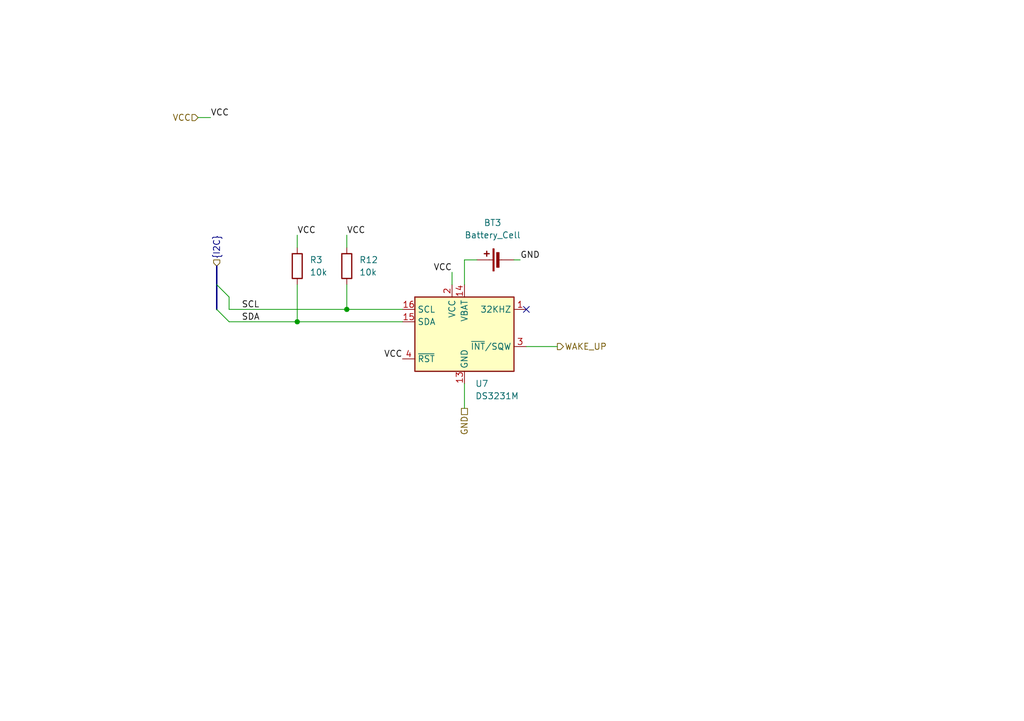
<source format=kicad_sch>
(kicad_sch (version 20250114) (generator "eeschema") (generator_version "9.0")
  (paper "A5")
  (title_block (title "MCU interfaces") (date "2024-04-17") (rev "1.0"))
  (lib_symbols
    (symbol "CREPP_Batteries_holders:Battery_Cell" (pin_numbers (hide yes)) (pin_names (offset 0) (hide yes))
      (property "Reference" "BT" (at 2.54 2.54 0))
      (property "Value" "Battery_Cell" (at 2.54 0 0))
      (symbol "Battery_Cell_0_1"
        (rectangle (start -2.286 1.778) (end 2.286 1.524) (fill (type outline)))
        (rectangle (start -1.524 1.016) (end 1.524 0.508) (fill (type outline)))
        (polyline (pts (xy 0 1.778) (xy 0 2.54)))
        (polyline (pts (xy 0 0.762) (xy 0 0)))
        (polyline (pts (xy 0.762 3.048) (xy 1.778 3.048)) (stroke (width 0.254)))
        (polyline (pts (xy 1.27 3.556) (xy 1.27 2.54)) (stroke (width 0.254)))
      )
      (symbol "Battery_Cell_1_1"
        (pin passive line (at 0 5.08 270) (length 2.54) (name "+") (number "1"))
        (pin passive line (at 0 -2.54 90) (length 2.54) (name "-") (number "2"))
      )
    )
    (symbol "CREPP_RTC:DS3231M"
      (property "Reference" "U" (at -7.62 8.89 0))
      (property "Value" "DS3231M" (at 10.16 8.89 0))
      (symbol "DS3231M_0_1"
        (rectangle (start -10.16 7.62) (end 10.16 -7.62) (stroke (width 0.254)) (fill (type background)))
      )
      (symbol "DS3231M_1_1"
        (pin input line (at -12.7 5.08 0) (length 2.54) (name "SCL") (number "16"))
        (pin bidirectional line (at -12.7 2.54 0) (length 2.54) (name "SDA") (number "15"))
        (pin bidirectional line (at -12.7 -5.08 0) (length 2.54) (name "~{RST}") (number "4"))
        (pin power_in line (at -2.54 10.16 270) (length 2.54) (name "VCC") (number "2"))
        (pin power_in line (at 0 10.16 270) (length 2.54) (name "VBAT") (number "14"))
        (pin passive line (at 0 -10.16 90) (length 2.54) (hide yes) (name "GND") (number "10"))
        (pin passive line (at 0 -10.16 90) (length 2.54) (hide yes) (name "GND") (number "11"))
        (pin passive line (at 0 -10.16 90) (length 2.54) (hide yes) (name "GND") (number "12"))
        (pin power_in line (at 0 -10.16 90) (length 2.54) (name "GND") (number "13"))
        (pin passive line (at 0 -10.16 90) (length 2.54) (hide yes) (name "GND") (number "5"))
        (pin passive line (at 0 -10.16 90) (length 2.54) (hide yes) (name "GND") (number "6"))
        (pin passive line (at 0 -10.16 90) (length 2.54) (hide yes) (name "GND") (number "7"))
        (pin passive line (at 0 -10.16 90) (length 2.54) (hide yes) (name "GND") (number "8"))
        (pin passive line (at 0 -10.16 90) (length 2.54) (hide yes) (name "GND") (number "9"))
        (pin open_collector line (at 12.7 5.08 180) (length 2.54) (name "32KHZ") (number "1"))
        (pin open_collector line (at 12.7 -2.54 180) (length 2.54) (name "~{INT}/SQW") (number "3"))
      )
    )
    (symbol "Device:R" (pin_numbers (hide yes)) (pin_names (offset 0))
      (property "Reference" "R" (at 2.032 0 90))
      (property "Value" "R" (at 0 0 90))
      (symbol "R_0_1"
        (rectangle (start -1.016 -2.54) (end 1.016 2.54) (stroke (width 0.254)))
      )
      (symbol "R_1_1"
        (pin passive line (at 0 3.81 270) (length 1.27) (name "~") (number "1"))
        (pin passive line (at 0 -3.81 90) (length 1.27) (name "~") (number "2"))
      )
    )
  )
  (junction (at 60.96 66.04))
  (junction (at 71.12 63.5))
  (no_connect (at 107.95 63.5))
  (bus_entry (at 44.45 58.42) (size 2.54 2.54))
  (bus_entry (at 44.45 63.5) (size 2.54 2.54))
  (wire (pts (xy 60.96 48.26) (xy 60.96 50.8)))
  (bus (pts (xy 44.45 54.61) (xy 44.45 58.42)))
  (wire (pts (xy 46.99 63.5) (xy 71.12 63.5)))
  (wire (pts (xy 107.95 71.12) (xy 114.3 71.12)))
  (wire (pts (xy 71.12 48.26) (xy 71.12 50.8)))
  (wire (pts (xy 105.41 53.34) (xy 106.68 53.34)))
  (wire (pts (xy 60.96 66.04) (xy 82.55 66.04)))
  (wire (pts (xy 82.55 63.5) (xy 71.12 63.5)))
  (wire (pts (xy 40.64 24.13) (xy 43.18 24.13)))
  (wire (pts (xy 46.99 60.96) (xy 46.99 63.5)))
  (wire (pts (xy 95.25 78.74) (xy 95.25 83.82)))
  (wire (pts (xy 95.25 53.34) (xy 95.25 58.42)))
  (wire (pts (xy 46.99 66.04) (xy 60.96 66.04)))
  (wire (pts (xy 97.79 53.34) (xy 95.25 53.34)))
  (wire (pts (xy 71.12 63.5) (xy 71.12 58.42)))
  (wire (pts (xy 60.96 58.42) (xy 60.96 66.04)))
  (wire (pts (xy 92.71 55.88) (xy 92.71 58.42)))
  (bus (pts (xy 44.45 58.42) (xy 44.45 63.5)))
  (label "GND" (at 106.68 53.34 0))
  (label "VCC" (at 71.12 48.26 0))
  (label "VCC" (at 43.18 24.13 0))
  (label "SCL" (at 49.53 63.5 0))
  (label "VCC" (at 60.96 48.26 0))
  (label "SDA" (at 49.53 66.04 0))
  (label "VCC" (at 92.71 55.88 180))
  (label "VCC" (at 82.55 73.66 180))
  (hierarchical_label "WAKE_UP" (shape output) (at 114.3 71.12 0))
  (hierarchical_label "VCC" (shape input) (at 40.64 24.13 180))
  (hierarchical_label "{I2C}" (shape input) (at 44.45 54.61 90))
  (hierarchical_label "GND" (shape passive) (at 95.25 83.82 270))
  (symbol (lib_id "CREPP_Batteries_holders:Battery_Cell") (at 102.87 53.34 90) (unit 1) (in_bom no)
    (property "Reference" "BT" (at 101.0285 45.72 90))
    (property "Value" "Battery_Cell" (at 101.0285 48.26 90))
    (property "Footprint" "CREPP_Batteries_holders:MPD_BC501SM-TR" (effects (hide yes)))
    (property "Description" "Single-cell battery holder - Lithium" (effects (hide yes)))
    (instances (project "Base" (path "" (reference "BT3") (unit 1))))
  )
  (symbol (lib_id "Device:R") (at 60.96 54.61 180) (unit 1)
    (property "Reference" "R3" (at 63.5 53.3399 0) (effects (justify right)))
    (property "Value" "10k" (at 63.5 55.8799 0) (effects (justify right)))
    (property "Footprint" "Resistor_THT:R_Axial_DIN0207_L6.3mm_D2.5mm_P7.62mm_Horizontal" (effects (hide yes)))
    (instances (project "Base" (path "" (reference "R3") (unit 1)) (path "" (reference "R30") (unit 1))))
  )
  (symbol (lib_id "Device:R") (at 71.12 54.61 180) (unit 1)
    (property "Reference" "R12" (at 73.66 53.3399 0) (effects (justify right)))
    (property "Value" "10k" (at 73.66 55.8799 0) (effects (justify right)))
    (property "Footprint" "Resistor_THT:R_Axial_DIN0207_L6.3mm_D2.5mm_P7.62mm_Horizontal" (effects (hide yes)))
    (instances (project "Base" (path "" (reference "R12") (unit 1)) (path "" (reference "R31") (unit 1))))
  )
  (symbol (lib_id "CREPP_RTC:DS3231M") (at 95.25 68.58 0) (unit 1)
    (property "Reference" "U" (at 97.4441 78.74 0) (effects (justify left)))
    (property "Value" "DS3231M" (at 97.4441 81.28 0) (effects (justify left)))
    (property "Footprint" "Package_SO:SOIC-16W_7.5x10.3mm_P1.27mm" (effects (hide yes)))
    (property "Datasheet" "http://datasheets.maximintegrated.com/en/ds/DS3231.pdf" (effects (hide yes)))
    (property "Description" "Extremely Accurate I2C-Integrated RTC/TCXO/Crystal SOIC-16" (effects (hide yes)))
    (instances (project "Base" (path "" (reference "U7") (unit 1))))
  )
)
</source>
